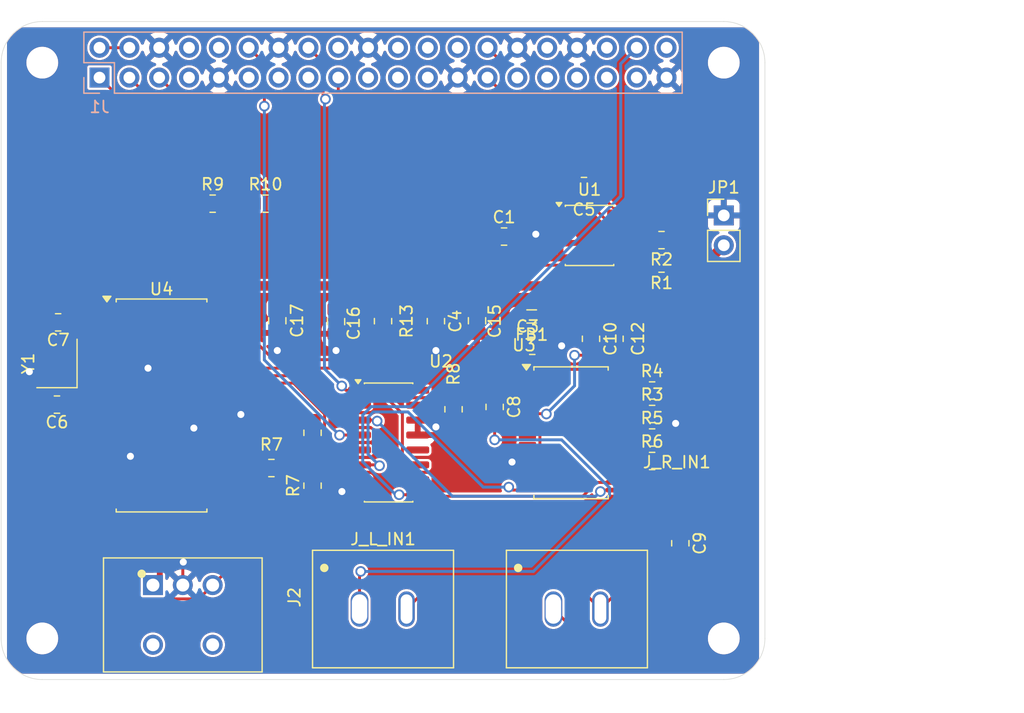
<source format=kicad_pcb>
(kicad_pcb (version 20241229) (generator "pcbnew") (generator_version "9.0")
  (title_block (date "15 nov 2012"))
  (layers (0 "F.Cu" signal) (2 "B.Cu" signal) (13 "F.Paste" user) (15 "B.Paste" user) (5 "F.SilkS" user "F.Silkscreen") (7 "B.SilkS" user "B.Silkscreen") (1 "F.Mask" user) (3 "B.Mask" user) (25 "Edge.Cuts" user))
  (net 0 "")
  (net 1 "GND")
  (net 2 "/GPIO2{slash}SDA1")
  (net 3 "/GPIO3{slash}SCL1")
  (net 4 "/GPIO4{slash}GPCLK0")
  (net 5 "/GPIO14{slash}TXD0")
  (net 6 "/GPIO15{slash}RXD0")
  (net 7 "/GPIO17")
  (net 8 "3V3_A")
  (net 9 "/GPIO27")
  (net 10 "/GPIO22")
  (net 11 "/GPIO24")
  (net 12 "/GPIO10{slash}SPI0.MOSI")
  (net 13 "/GPIO9{slash}SPI0.MISO")
  (net 14 "/GPIO25")
  (net 15 "/GPIO11{slash}SPI0.SCLK")
  (net 16 "/GPIO8{slash}SPI0.CE0")
  (net 17 "/GPIO7{slash}SPI0.CE1")
  (net 18 "/ID_SDA")
  (net 19 "/GPIO5")
  (net 20 "/GPIO6")
  (net 21 "/GPIO12{slash}PWM0")
  (net 22 "/GPIO13{slash}PWM1")
  (net 23 "Net-(U3-VINL1{slash}VIN1P)")
  (net 24 "/GPIO16")
  (net 25 "/GPIO26")
  (net 26 "Net-(U4-XO)")
  (net 27 "/GPIO21{slash}PCM.DOUT")
  (net 28 "+5V")
  (net 29 "+3V3")
  (net 30 "Net-(J_L_IN1-In)")
  (net 31 "Net-(J_R_IN1-In)")
  (net 32 "Net-(U3-VINR1{slash}VIN2P)")
  (net 33 "Net-(U3-VREF)")
  (net 34 "I2S_LRCLK")
  (net 35 "I2C_SDA")
  (net 36 "GPIO23_OPT_LOCK")
  (net 37 "Net-(IC1-RESETB)")
  (net 38 "I2S_BCLK")
  (net 39 "/Audio Inputs/SPDIF_IN")
  (net 40 "I2C_SCL")
  (net 41 "Net-(U4-XI)")
  (net 42 "SRC_SEL")
  (net 43 "I2S_SDIN")
  (net 46 "MODE_MS")
  (net 47 "MD0")
  (net 48 "MODE_FMT0")
  (net 49 "MODE_FMT1")
  (net 50 "Net-(U2-E)")
  (net 51 "ADC_SDOUT")
  (net 64 "ID_SCL")
  (net 66 "I2S_DOUT")
  (net 67 "Net-(U4-~{RST})")
  (net 68 "TOSLINK_BCLK")
  (net 69 "ADC_BCLK")
  (net 70 "TOSLINK_DOUT")
  (net 71 "ADC_LRCLK")
  (net 72 "TOSLINK_LRCLK")
  (footprint "Resistor_SMD:R_0805_2012Metric_Pad1.20x1.40mm_HandSolder" (layer "F.Cu") (at 156.2 64.6 180)
    (property "Reference" "R1")
    (property "Value" "3.9k")
  )
  (footprint "Inductor_SMD:L_0805_2012Metric_Pad1.05x1.20mm_HandSolder" (layer "F.Cu") (at 145.15 69.1 180)
    (property "Reference" "FB1")
    (property "Value" "FerriteBead")
  )
  (footprint "MountingHole:MountingHole_2.7mm_M2.5" (layer "F.Cu") (at 161.5 47.5)
    (property "Reference" "MH2" (hide yes))
    (property "Value" "MountingHole_2.7mm_M2.5" (hide yes))
  )
  (footprint "Package_SO:SOIC-28W_7.5x17.9mm_P1.27mm" (layer "F.Cu") (at 113.65 76.675)
    (property "Reference" "U4")
    (property "Value" "DIR9001PW")
  )
  (footprint "Package_SO:TSSOP-32_6.1x11mm_P0.65mm" (layer "F.Cu") (at 148.5 79)
    (property "Reference" "U3")
    (property "Value" "PCM1862DBT")
  )
  (footprint "Resistor_SMD:R_0805_2012Metric_Pad1.20x1.40mm_HandSolder" (layer "F.Cu") (at 145.2 71.6)
    (property "Reference" "C3")
    (property "Value" "100NF")
  )
  (footprint "Resistor_SMD:R_0805_2012Metric_Pad1.20x1.40mm_HandSolder" (layer "F.Cu") (at 152.2 71 -90)
    (property "Reference" "C12")
    (property "Value" "100nF")
  )
  (footprint "Resistor_SMD:R_0805_2012Metric_Pad1.20x1.40mm_HandSolder" (layer "F.Cu") (at 132.5 69.5 -90)
    (property "Reference" "R13")
    (property "Value" "4.7k")
  )
  (footprint "Connector_Audio:RCJ-043" (layer "F.Cu") (at 149 94)
    (property "Reference" "J_R_IN1")
    (property "Value" "Conn_Coaxial")
  )
  (footprint "Resistor_SMD:R_0805_2012Metric_Pad1.20x1.40mm_HandSolder" (layer "F.Cu") (at 155.4 77.4)
    (property "Reference" "R3")
    (property "Value" "10k")
  )
  (footprint "Resistor_SMD:R_0805_2012Metric_Pad1.20x1.40mm_HandSolder" (layer "F.Cu") (at 142.8 62.3)
    (property "Reference" "C1")
    (property "Value" "100n")
  )
  (footprint "Resistor_SMD:R_0805_2012Metric_Pad1.20x1.40mm_HandSolder" (layer "F.Cu") (at 126.5 79 90)
    (property "Reference" "R12" (hide yes))
    (property "Value" "4.7k")
  )
  (footprint "Capacitor_SMD:C_0805_2012Metric_Pad1.18x1.45mm_HandSolder" (layer "F.Cu") (at 140.5 69.4625 -90)
    (property "Reference" "C15")
    (property "Value" "100nF")
  )
  (footprint "Resistor_SMD:R_0805_2012Metric_Pad1.20x1.40mm_HandSolder" (layer "F.Cu") (at 155.4 81.4)
    (property "Reference" "R6")
    (property "Value" "10k")
  )
  (footprint "Resistor_SMD:R_0805_2012Metric_Pad1.20x1.40mm_HandSolder" (layer "F.Cu") (at 138.5 77 -90)
    (property "Reference" "R8")
    (property "Value" "100k")
  )
  (footprint "Resistor_SMD:R_0805_2012Metric_Pad1.20x1.40mm_HandSolder" (layer "F.Cu") (at 157.8 88.4 -90)
    (property "Reference" "C9")
    (property "Value" "C")
  )
  (footprint "Resistor_SMD:R_0805_2012Metric_Pad1.20x1.40mm_HandSolder" (layer "F.Cu") (at 126.5 83.5 90)
    (property "Reference" "R7")
    (property "Value" "10k")
  )
  (footprint "Package_SO:SOIC-8_3.9x4.9mm_P1.27mm" (layer "F.Cu") (at 150.075 62.205)
    (property "Reference" "U1")
    (property "Value" "CAT24C256")
  )
  (footprint "Connector_PinHeader_2.54mm:PinHeader_1x02_P2.54mm_Vertical" (layer "F.Cu") (at 161.5 60.5)
    (property "Reference" "JP1")
    (property "Value" "ID_WP")
  )
  (footprint "Resistor_SMD:R_0805_2012Metric_Pad1.20x1.40mm_HandSolder" (layer "F.Cu") (at 104.75 76.6 180)
    (property "Reference" "C6")
    (property "Value" "22pF")
  )
  (footprint "MountingHole:MountingHole_2.7mm_M2.5" (layer "F.Cu") (at 103.5 96.5)
    (property "Reference" "MH3" (hide yes))
    (property "Value" "MountingHole_2.7mm_M2.5" (hide yes))
  )
  (footprint "Resistor_SMD:R_0805_2012Metric_Pad1.20x1.40mm_HandSolder" (layer "F.Cu") (at 104.85 69.6 180)
    (property "Reference" "C7")
    (property "Value" "22pF")
  )
  (footprint "Resistor_SMD:R_0805_2012Metric_Pad1.20x1.40mm_HandSolder" (layer "F.Cu") (at 118 59.5)
    (property "Reference" "R9")
    (property "Value" "4.7k" (hide yes))
  )
  (footprint "Resistor_SMD:R_0805_2012Metric_Pad1.20x1.40mm_HandSolder" (layer "F.Cu") (at 155.4 79.4)
    (property "Reference" "R5")
    (property "Value" "10k")
  )
  (footprint "MountingHole:MountingHole_2.7mm_M2.5" (layer "F.Cu") (at 103.5 47.5)
    (property "Reference" "MH1" (hide yes))
    (property "Value" "MountingHole_2.7mm_M2.5" (hide yes))
  )
  (footprint "Resistor_SMD:R_0805_2012Metric_Pad1.20x1.40mm_HandSolder" (layer "F.Cu") (at 150.2 71 -90)
    (property "Reference" "C10")
    (property "Value" "10uF")
  )
  (footprint "Crystal:Crystal_SMD_3225-4Pin_3.2x2.5mm" (layer "F.Cu") (at 104.75 73.1 90)
    (property "Reference" "Y1")
    (property "Value" "12.288 MHz")
  )
  (footprint "Resistor_SMD:R_0805_2012Metric_Pad1.20x1.40mm_HandSolder" (layer "F.Cu") (at 149.6 58 180)
    (property "Reference" "C5")
    (property "Value" "C")
  )
  (footprint "Resistor_SMD:R_0805_2012Metric_Pad1.20x1.40mm_HandSolder" (layer "F.Cu") (at 155.4 75.4)
    (property "Reference" "R4")
    (property "Value" "10k")
  )
  (footprint "Resistor_SMD:R_0805_2012Metric_Pad1.20x1.40mm_HandSolder" (layer "F.Cu") (at 156.2 62.6 180)
    (property "Reference" "R2")
    (property "Value" "3.9k" (hide yes))
  )
  (footprint "MountingHole:MountingHole_2.7mm_M2.5" (layer "F.Cu") (at 161.5 96.5)
    (property "Reference" "MH4" (hide yes))
    (property "Value" "MountingHole_2.7mm_M2.5" (hide yes))
  )
  (footprint "Resistor_SMD:R_0805_2012Metric_Pad1.20x1.40mm_HandSolder" (layer "F.Cu") (at 122.5 59.5)
    (property "Reference" "R10")
    (property "Value" "4.7k")
  )
  (footprint "Capacitor_SMD:C_0805_2012Metric_Pad1.18x1.45mm_HandSolder" (layer "F.Cu") (at 128.5 69.5375 -90)
    (property "Reference" "C16")
    (property "Value" "100nF")
  )
  (footprint "Capacitor_SMD:C_0805_2012Metric_Pad1.18x1.45mm_HandSolder" (layer "F.Cu") (at 123.5 69.4625 -90)
    (property "Reference" "C17")
    (property "Value" "100nF")
  )
  (footprint "Package_SO:SOIC-16_3.9x9.9mm_P1.27mm" (layer "F.Cu") (at 132.975 79.825)
    (property "Reference" "U2")
    (property "Value" "74LVC157")
  )
  (footprint "Connector_Audio:RCJ-043" (layer "F.Cu") (at 132.5 94)
    (property "Reference" "J_L_IN1")
    (property "Value" "Conn_Coaxial")
  )
  (footprint "Connector_Audio:PLR237-T10BK" (layer "F.Cu") (at 115.46 94.5 -90)
    (property "Reference" "J2")
    (property "Value" "PLR237/T10BK")
  )
  (footprint "Resistor_SMD:R_0805_2012Metric_Pad1.20x1.40mm_HandSolder" (layer "F.Cu") (at 123 82)
    (property "Reference" "R7")
    (property "Value" "10k")
  )
  (footprint "Resistor_SMD:R_0805_2012Metric_Pad1.20x1.40mm_HandSolder" (layer "F.Cu") (at 137 69.5 -90)
    (property "Reference" "C4")
    (property "Value" "10uF")
  )
  (footprint "Resistor_SMD:R_0805_2012Metric_Pad1.20x1.40mm_HandSolder" (layer "F.Cu") (at 142 76.8 -90)
    (property "Reference" "C8")
    (property "Value" "1uF (film preferred)")
  )
  (footprint "Connector_PinSocket_2.54mm:PinSocket_2x20_P2.54mm_Vertical" (layer "B.Cu") (at 108.37 48.77 -90)
    (property "Reference" "J1")
    (property "Value" "GPIO" (hide yes))
  )
  (gr_line (start 165 96.5) (end 165 47.5) (stroke (width 0.05)) (layer "Edge.Cuts"))
  (gr_line (start 161.5 44) (end 103.5 44) (stroke (width 0.05)) (layer "Edge.Cuts"))
  (gr_arc (start 165 96.5) (mid 163.974874 98.974874) (end 161.5 100) (stroke (width 0.05)) (layer "Edge.Cuts"))
  (gr_arc (start 100 47.5) (mid 101.025126 45.025126) (end 103.5 44) (stroke (width 0.05)) (layer "Edge.Cuts"))
  (gr_arc (start 161.5 44) (mid 162.839392 44.266422) (end 163.974874 45.025126) (stroke (width 0.05)) (layer "Edge.Cuts"))
  (gr_arc (start 163.974874 45.025126) (mid 164.733579 46.160608) (end 165 47.5) (stroke (width 0.05)) (layer "Edge.Cuts"))
  (gr_arc (start 103.5 100) (mid 101.025126 98.974874) (end 100 96.5) (stroke (width 0.05)) (layer "Edge.Cuts"))
  (gr_line (start 161.5 100) (end 103.5 100) (stroke (width 0.05)) (layer "Edge.Cuts"))
  (gr_line (start 100 47.5) (end 100 96.5) (stroke (width 0.05)) (layer "Edge.Cuts"))
  (segment (start 157.4 78.2) (end 157.4 78.4) (width 0.25) (layer "F.Cu") (net 1))
  (segment (start 147.6 62.84) (end 147.6 61.57) (width 0.25) (layer "F.Cu") (net 1))
  (segment (start 143.691414 81.275) (end 144.7875 81.275) (width 0.25) (layer "F.Cu") (net 1))
  (segment (start 157.4 78.4) (end 156.4 79.4) (width 0.25) (layer "F.Cu") (net 1))
  (segment (start 157.2 78.2) (end 156.4 77.4) (width 0.25) (layer "F.Cu") (net 1))
  (segment (start 145.3 62.3) (end 145.5 62.1) (width 0.25) (layer "F.Cu") (net 1))
  (segment (start 130.5 84.27) (end 129.27 84.27) (width 0.25) (layer "F.Cu") (net 1))
  (segment (start 147.6 60.6) (end 147.6 61.57) (width 0.25) (layer "F.Cu") (net 1))
  (segment (start 148.6 58) (end 149.1 58.5) (width 0.25) (layer "F.Cu") (net 1))
  (segment (start 109.96 70.96) (end 112.5 73.5) (width 0.25) (layer "F.Cu") (net 1))
  (segment (start 157.4 78.2) (end 157.2 78.2) (width 0.25) (layer "F.Cu") (net 1))
  (segment (start 147.6 61.57) (end 146.03 61.57) (width 0.25) (layer "F.Cu") (net 1))
  (segment (start 109.96 76.04) (end 109 76.04) (width 0.25) (layer "F.Cu") (net 1))
  (segment (start 148.6 58) (end 148.6 59.6) (width 0.25) (layer "F.Cu") (net 1))
  (segment (start 143.477824 81.48859) (end 143.691414 81.275) (width 0.25) (layer "F.Cu") (net 1))
  (segment (start 115.46 90.04) (end 115.5 90) (width 0.25) (layer "F.Cu") (net 1))
  (segment (start 147.6 60.3) (end 147.6 60.6) (width 0.25) (layer "F.Cu") (net 1))
  (segment (start 109.61 82.39) (end 111 81) (width 0.25) (layer "F.Cu") (net 1))
  (segment (start 109 70.96) (end 109.96 70.96) (width 0.25) (layer "F.Cu") (net 1))
  (segment (start 152.55 61.57) (end 147.6 61.57) (width 0.25) (layer "F.Cu") (net 1))
  (segment (start 109.85 79.85) (end 111 81) (width 0.25) (layer "F.Cu") (net 1))
  (segment (start 143.8 62.3) (end 145.3 62.3) (width 0.25) (layer "F.Cu") (net 1))
  (segment (start 123.5 72) (end 123.5 70.5) (width 0.25) (layer "F.Cu") (net 1))
  (segment (start 109 83.66) (end 109 82.39) (width 0.25) (layer "F.Cu") (net 1))
  (segment (start 109 79.85) (end 109.85 79.85) (width 0.25) (layer "F.Cu") (net 1))
  (segment (start 103.85 69.6) (end 102.4 71.05) (width 0.25) (layer "F.Cu") (net 1))
  (segment (start 109 71) (end 109 70.96) (width 0.25) (layer "F.Cu") (net 1))
  (segment (start 118.3 78.58) (end 116.42 78.58) (width 0.25) (layer "F.Cu") (net 1))
  (segment (start 108.527678 71) (end 109 71) (width 0.25) (layer "F.Cu") (net 1))
  (segment (start 156.4 77.4) (end 156.4 75.4) (width 0.25) (layer "F.Cu") (net 1))
  (segment (start 112.5 73.5) (end 109.96 76.04) (width 0.25) (layer "F.Cu") (net 1))
  (segment (start 102.4 75.25) (end 102.4 73.8) (width 0.25) (layer "F.Cu") (net 1))
  (segment (start 138.5 78) (end 137.5 78) (width 0.25) (layer "F.Cu") (net 1))
  (segment (start 146.03 61.57) (end 145.5 62.1) (width 0.25) (layer "F.Cu") (net 1))
  (segment (start 116.42 78.58) (end 116.4 78.6) (width 0.25) (layer "F.Cu") (net 1))
  (segment (start 118.3 77.31) (end 120.269 77.31) (width 0.25) (layer "F.Cu") (net 1))
  (segment (start 128.5 72) (end 128.5 70.575) (width 0.25) (layer "F.Cu") (net 1))
  (segment (start 102.4 71.05) (end 102.4 73.8) (width 0.25) (layer "F.Cu") (net 1))
  (segment (start 148.6 59.6) (end 147.6 60.6) (width 0.25) (layer "F.Cu") (net 1))
  (segment (start 156.4 79.4) (end 156.4 81.4) (width 0.25) (layer "F.Cu") (net 1))
  (segment (start 109 78.58) (end 109 79.85) (width 0.25) (layer "F.Cu") (net 1))
  (segment (start 146.2 71.6) (end 147.7 71.6) (width 0.25) (layer "F.Cu") (net 1))
  (segment (start 103.75 76.6) (end 102.4 75.25) (width 0.25) (layer "F.Cu") (net 1))
  (segment (start 120.269 77.31) (end 120.4 77.441) (width 0.25) (layer "F.Cu") (net 1))
  (segment (start 129.27 84.27) (end 129 84) (width 0.25) (layer "F.Cu") (net 1))
  (segment (start 109 82.39) (end 109.61 82.39) (width 0.25) (layer "F.Cu") (net 1))
  (segment (start 115.46 91.96) (end 115.46 90.04) (width 0.25) (layer "F.Cu") (net 1))
  (segment (start 137 72) (end 137 70.5) (width 0.25) (layer "F.Cu") (net 1))
  (segment (start 147.6 62.84) (end 147.6 64.11) (width 0.25) (layer "F.Cu") (net 1))
  (segment (start 137.5 78) (end 137 78.5) (width 0.25) (layer "F.Cu") (net 1))
  (via (at 157.4 78.2) (size 0.9) (drill 0.6) (layers "F.Cu" "B.Cu") (net 1))
  (via (at 143.477824 81.48859) (size 0.9) (drill 0.6) (layers "F.Cu" "B.Cu") (net 1))
  (via (at 129 84) (size 0.9) (drill 0.6) (layers "F.Cu" "B.Cu") (net 1))
  (via (at 123.5 72) (size 0.9) (drill 0.6) (layers "F.Cu" "B.Cu") (net 1))
  (via (at 128.5 72) (size 0.9) (drill 0.6) (layers "F.Cu" "B.Cu") (net 1))
  (via (at 112.5 73.5) (size 0.9) (drill 0.6) (layers "F.Cu" "B.Cu") (net 1))
  (via (at 137 72) (size 0.9) (drill 0.6) (layers "F.Cu" "B.Cu") (net 1))
  (via (at 115.5 90) (size 0.9) (drill 0.6) (layers "F.Cu" "B.Cu") (net 1))
  (via (at 111 81) (size 0.9) (drill 0.6) (layers "F.Cu" "B.Cu") (net 1))
  (via (at 102.4 73.8) (size 0.9) (drill 0.6) (layers "F.Cu" "B.Cu") (net 1))
  (via (at 147.7 71.6) (size 0.9) (drill 0.6) (layers "F.Cu" "B.Cu") (net 1))
  (via (at 116.4 78.6) (size 0.9) (drill 0.6) (layers "F.Cu" "B.Cu") (net 1))
  (via (at 145.5 62.1) (size 0.9) (drill 0.6) (layers "F.Cu" "B.Cu") (net 1))
  (via (at 120.4 77.441) (size 0.9) (drill 0.6) (layers "F.Cu" "B.Cu") (net 1))
  (via (at 137 78.5) (size 0.9) (drill 0.6) (layers "F.Cu" "B.Cu") (net 1))
  (segment (start 120.4 77.441) (end 120.559 77.6) (width 0.25) (layer "B.Cu") (net 1))
  (segment (start 119 56.86) (end 110.91 48.77) (width 0.25) (layer "F.Cu") (net 2))
  (segment (start 119 59.5) (end 119 56.86) (width 0.25) (layer "F.Cu") (net 2))
  (segment (start 123.5 59.5) (end 123.5 58.82) (width 0.25) (layer "F.Cu") (net 3))
  (segment (start 123.5 58.82) (end 113.45 48.77) (width 0.25) (layer "F.Cu") (net 3))
  (segment (start 140.974 76.395514) (end 141.304486 76.726) (width 0.25) (layer "F.Cu") (net 8))
  (segment (start 144.2 69.6) (end 144.2 71.6) (width 0.25) (layer "F.Cu") (net 8))
  (segment (start 145.524999 78.025) (end 144.7875 78.025) (width 0.25) (layer "F.Cu") (net 8))
  (segment (start 145.480226 80.625) (end 145.851 80.254226) (width 0.25) (layer "F.Cu") (net 8))
  (segment (start 140.974 75.204486) (end 140.974 76.395514) (width 0.25) (layer "F.Cu") (net 8))
  (segment (start 142.547514 76.726) (end 143.846514 78.025) (width 0.25) (layer "F.Cu") (net 8))
  (segment (start 144.926 70.026) (end 144 69.1) (width 0.25) (layer "F.Cu") (net 8))
  (segment (start 145.851 80.951001) (end 145.524999 80.625) (width 0.25) (layer "F.Cu") (net 8))
  (segment (start 144.7875 78.025) (end 144.7875 78.675) (width 0.25) (layer "F.Cu") (net 8))
  (segment (start 141.304486 76.726) (end 142.547514 76.726) (width 0.25) (layer "F.Cu") (net 8))
  (segment (start 144.2 71.6) (end 144.2 73.5375) (width 0.25) (layer "F.Cu") (net 8))
  (segment (start 143.846514 78.025) (end 144.7875 78.025) (width 0.25) (layer "F.Cu") (net 8))
  (segment (start 150.2 70) (end 152.2 70) (width 0.25) (layer "F.Cu") (net 8))
  (segment (start 150.174 70.026) (end 144.926 70.026) (width 0.25) (layer "F.Cu") (net 8))
  (segment (start 145.480226 81.925) (end 145.851 81.554226) (width 0.25) (layer "F.Cu") (net 8))
  (segment (start 136.326 92.174) (end 149.174 92.174) (width 0.25) (layer "F.Cu") (net 8))
  (segment (start 144.7875 74.125) (end 144.7875 74.775) (width 0.25) (layer "F.Cu") (net 8))
  (segment (start 150.2 70) (end 150.174 70.026) (width 0.25) (layer "F.Cu") (net 8))
  (segment (start 145.851 78.351001) (end 145.524999 78.025) (width 0.25) (layer "F.Cu") (net 8))
  (segment (start 141.403486 74.775) (end 140.974 75.204486) (width 0.25) (layer "F.Cu") (net 8))
  (segment (start 152.9 70) (end 152.2 70) (width 0.25) (layer "F.Cu") (net 8))
  (segment (start 144.4 71.4) (end 144.2 71.6) (width 0.25) (layer "F.Cu") (net 8))
  (segment (start 151 94) (end 156.674 88.326) (width 0.25) (layer "F.Cu") (net 8))
  (segment (start 145.524999 80.625) (end 144.7875 80.625) (width 0.25) (layer "F.Cu") (net 8))
  (segment (start 144.7875 80.625) (end 145.480226 80.625) (width 0.25) (layer "F.Cu") (net 8))
  (segment (start 145.851 81.554226) (end 145.851 80.951001) (width 0.25) (layer "F.Cu") (net 8))
  (segment (start 156.674 88.326) (end 158.495514 88.326) (width 0.25) (layer "F.Cu") (net 8))
  (segment (start 144.7875 81.925) (end 144.7875 82.575) (width 0.25) (layer "F.Cu") (net 8))
  (segment (start 144.4 69.4) (end 144.2 69.6) (width 0.25) (layer "F.Cu") (net 8))
  (segment (start 144.2 73.5375) (end 144.7875 74.125) (width 0.25) (layer "F.Cu") (net 8))
  (segment (start 145.851 80.254226) (end 145.851 78.351001) (width 0.25) (layer "F.Cu") (net 8))
  (segment (start 158.826 75.926) (end 152.9 70) (width 0.25) (layer "F.Cu") (net 8))
  (segment (start 149.174 92.174) (end 151 94) (width 0.25) (layer "F.Cu") (net 8))
  (segment (start 144.7875 81.925) (end 145.480226 81.925) (width 0.25) (layer "F.Cu") (net 8))
  (segment (start 158.826 87.995514) (end 158.826 75.926) (width 0.25) (layer "F.Cu") (net 8))
  (segment (start 144.4 69.1) (end 144.4 69.4) (width 0.25) (layer "F.Cu") (net 8))
  (segment (start 144.7875 74.775) (end 141.403486 74.775) (width 0.25) (layer "F.Cu") (net 8))
  (segment (start 134.5 94) (end 136.326 92.174) (width 0.25) (layer "F.Cu") (net 8))
  (segment (start 158.495514 88.326) (end 158.826 87.995514) (width 0.25) (layer "F.Cu") (net 8))
  (segment (start 142.726 62.847514) (end 142.726 50.106) (width 0.25) (layer "F.Cu") (net 18))
  (segment (start 151.924 64.736) (end 144.614486 64.736) (width 0.25) (layer "F.Cu") (net 18))
  (segment (start 144.614486 64.736) (end 142.726 62.847514) (width 0.25) (layer "F.Cu") (net 18))
  (segment (start 142.726 50.106) (end 141.39 48.77) (width 0.25) (layer "F.Cu") (net 18))
  (segment (start 152.55 64.11) (end 151.924 64.736) (width 0.25) (layer "F.Cu") (net 18))
  (segment (start 152.55 64.11) (end 154.71 64.11) (width 0.25) (layer "F.Cu") (net 18))
  (segment (start 154.71 64.11) (end 155.2 64.6) (width 0.25) (layer "F.Cu") (net 18))
  (segment (start 142.375 75.425) (end 144.7875 75.425) (width 0.25) (layer "F.Cu") (net 23))
  (segment (start 144.7875 75.425) (end 144.425 75.425) (width 0.25) (layer "F.Cu") (net 23))
  (segment (start 144.425 75.425) (end 144.4 75.4) (width 0.25) (layer "F.Cu") (net 23))
  (segment (start 142 75.8) (end 142.375 75.425) (width 0.25) (layer "F.Cu") (net 23))
  (segment (start 105.6 76.45) (end 105.75 76.6) (width 0.25) (layer "F.Cu") (net 26))
  (segment (start 106.3 73.5) (end 109 73.5) (width 0.25) (layer "F.Cu") (net 26))
  (segment (start 105.6 74.2) (end 106.3 73.5) (width 0.25) (layer "F.Cu") (net 26))
  (segment (start 106.1 73.6) (end 105.6 74.1) (width 0.25) (layer "F.Cu") (net 26))
  (segment (start 105.6 74.2) (end 105.6 76.45) (width 0.25) (layer "F.Cu") (net 26))
  (segment (start 110.91 46.23) (end 108.37 46.23) (width 0.25) (layer "F.Cu") (net 28))
  (segment (start 150.6 58.35) (end 152.55 60.3) (width 0.25) (layer "F.Cu") (net 29))
  (segment (start 140.5 66.5) (end 141.4 66.5) (width 0.8) (layer "F.Cu") (net 29))
  (segment (start 154.9 60.3) (end 152.55 60.3) (width 0.25) (layer "F.Cu") (net 29))
  (segment (start 135.45 66.55) (end 135.4 66.5) (width 0.25) (layer "F.Cu") (net 29))
  (segment (start 126.5 84.5) (end 122.1 84.5) (width 0.25) (layer "F.Cu") (net 29))
  (segment (start 117 66.5) (end 108.4 66.5) (width 0.8) (layer "F.Cu") (net 29))
  (segment (start 141.8 66.1) (end 141.4 66.5) (width 0.25) (layer "F.Cu") (net 29))
  (segment (start 117 59.5) (end 117 66.5) (width 0.25) (layer "F.Cu") (net 29))
  (segment (start 150.6 58) (end 150.6 58.35) (width 0.25) (layer "F.Cu") (net 29))
  (segment (start 128.69 66.31) (end 128.5 66.5) (width 0.25) (layer "F.Cu") (net 29))
  (segment (start 123.5 66.5) (end 124.2 66.5) (width 0.8) (layer "F.Cu") (net 29))
  (segment (start 145 66.5) (end 146.4 66.5) (width 0.8) (layer "F.Cu") (net 29))
  (segment (start 128.5 68.5) (end 128.5 66.5) (width 0.25) (layer "F.Cu") (net 29))
  (segment (start 141.8 62.3) (end 141.8 66.1) (width 0.25) (layer "F.Cu") (net 29))
  (segment (start 125.1 66.5) (end 128.5 66.5) (width 0.8) (layer "F.Cu") (net 29))
  (segment (start 158.67 65.87) (end 158.04 66.5) (width 0.8) (layer "F.Cu") (net 29))
  (segment (start 117.166 59.334) (end 117 59.5) (width 0.25) (layer "F.Cu") (net 29))
  (segment (start 121.9 66.5) (end 122.8 66.5) (width 0.8) (layer "F.Cu") (net 29))
  (segment (start 122.8 66.5) (end 117 66.5) (width 0.8) (layer "F.Cu") (net 29))
  (segment (start 158.47 65.87) (end 158.67 65.87) (width 0.25) (layer "F.Cu") (net 29))
  (segment (start 123.5 68.425) (end 123.5 66.5) (width 0.25) (layer "F.Cu") (net 29))
  (segment (start 122.1 84.5) (end 122 84.6) (width 0.25) (layer "F.Cu") (net 29))
  (segment (start 136.5 66.5) (end 137 66.5) (width 0.8) (layer "F.Cu") (net 29))
  (segment (start 137.4 66.5) (end 139.6 66.5) (width 0.8) (layer "F.Cu") (net 29))
  (segment (start 109 90.392) (end 109 84.93) (width 0.25) (layer "F.Cu") (net 29))
  (segment (start 109 68.42) (end 118.3 68.42) (width 0.25) (layer "F.Cu") (net 29))
  (segment (start 121.4 66.5) (end 121.9 66.5) (width 0.8) (layer "F.Cu") (net 29))
  (segment (start 140 66.5) (end 140.5 66.5) (width 0.8) (layer "F.Cu") (net 29))
  (segment (start 117 57.4) (end 108.37 48.77) (width 0.25) (layer "F.Cu") (net 29))
  (segment (start 135.45 75.38) (end 135.45 66.55) (width 0.25) (layer "F.Cu") (net 29))
  (segment (start 121.5 66.4) (end 121.4 66.5) (width 0.25) (layer "F.Cu") (net 29))
  (segment (start 132.5 66.5) (end 135.4 66.5) (width 0.8) (layer "F.Cu") (net 29))
  (segment (start 122 82) (end 122 84.6) (width 0.25) (layer "F.Cu") (net 29))
  (segment (start 137 66.5) (end 137.4 66.5) (width 0.8) (layer "F.Cu") (net 29))
  (segment (start 107.975001 84.93) (end 101.624 78.578999) (width 0.25) (layer "F.Cu") (net 29))
  (segment (start 146.3 66.6) (end 146.4 66.5) (width 0.25) (layer "F.Cu") (net 29))
  (segment (start 117 59.5) (end 117 57.4) (width 0.25) (layer "F.Cu") (net 29))
  (segment (start 146.4 66.5) (end 150.5 66.5) (width 0.8) (layer "F.Cu") (net 29))
  (segment (start 157.2 64.6) (end 157.2 62.6) (width 0.25) (layer "F.Cu") (net 29))
  (segment (start 101.624 78.578999) (end 101.624 69.815576) (width 0.25) (layer "F.Cu") (net 29))
  (segment (start 122 66.6) (end 121.9 66.5) (width 0.25) (layer "F.Cu") (net 29))
  (segment (start 135.4 66.5) (end 136.5 66.5) (width 0.8) (layer "F.Cu") (net 29))
  (segment (start 146.3 69.1) (end 146.3 66.6) (width 0.25) (layer "F.Cu") (net 29))
  (segment (start 122.8 66.5) (end 123.5 66.5) (width 0.8) (layer "F.Cu") (net 29))
  (segment (start 140.5 68.425) (end 140.5 66.5) (width 0.25) (layer "F.Cu") (net 29))
  (segment (start 118.3 68.42) (end 119.36 67.36) (width 0.8) (layer "F.Cu") (net 29))
  (segment (start 118 91.96) (end 116.824 93.136) (width 0.25) (layer "F.Cu") (net 29))
  (segment (start 126.5 80) (end 122 80) (width 0.25) (layer "F.Cu") (net 29))
  (segment (start 122 82) (end 122 80) (width 0.25) (layer "F.Cu") (net 29))
  (segment (start 120.22 66.5) (end 121.4 66.5) (width 0.8) (layer "F.Cu") (net 29))
  (segment (start 141.4 66.5) (end 141.9 66.5) (width 0.8) (layer "F.Cu") (net 29))
  (segment (start 109 84.93) (end 107.975001 84.93) (width 0.25) (layer "F.Cu") (net 29))
  (segment (start 141.8 62.3) (end 141.3 62.8) (width 0.25) (layer "F.Cu") (net 29))
  (segment (start 137 68.5) (end 137 66.5) (width 0.25) (layer "F.Cu") (net 29))
  (segment (start 137.2 66.3) (end 137.4 66.5) (width 0.25) (layer "F.Cu") (net 29))
  (segment (start 111.744 93.136) (end 109 90.392) (width 0.25) (layer "F.Cu") (net 29))
  (segment (start 157.2 62.6) (end 154.9 60.3) (width 0.25) (layer "F.Cu") (net 29))
  (segment (start 119.36 67.36) (end 120.22 66.5) (width 0.8) (layer "F.Cu") (net 29))
  (segment (start 157.2 64.6) (end 158.47 65.87) (width 0.25) (layer "F.Cu") (net 29))
  (segment (start 150.5 66.5) (end 158.04 66.5) (width 0.8) (layer "F.Cu") (net 29))
  (segment (start 122 87.96) (end 118 91.96) (width 0.25) (layer "F.Cu") (net 29))
  (segment (start 128.5 66.5) (end 132.5 66.5) (width 0.8) (layer "F.Cu") (net 29))
  (segment (start 132.5 68.5) (end 132.5 66.5) (width 0.25) (layer "F.Cu") (net 29))
  (segment (start 128.69 48.77) (end 128.69 66.31) (width 0.25) (layer "F.Cu") (net 29))
  (segment (start 108.4 66.5) (end 104.939576 66.5) (width 0.8) (layer "F.Cu") (net 29))
  (segment (start 121.5 59.5) (end 121.5 66.4) (width 0.25) (layer "F.Cu") (net 29))
  (segment (start 126.5 80) (end 127.026 80.526) (width 0.25) (layer "F.Cu") (net 29))
  (segment (start 161.5 63.04) (end 158.67 65.87) (width 0.8) (layer "F.Cu") (net 29))
  (segment (start 141.9 66.5) (end 145 66.5) (width 0.8) (layer "F.Cu") (net 29))
  (segment (start 124.2 66.5) (end 125.1 66.5) (width 0.8) (layer "F.Cu") (net 29))
  (segment (start 122 84.6) (end 122 87.96) (width 0.25) (layer "F.Cu") (net 29))
  (segment (start 116.824 93.136) (end 111.744 93.136) (width 0.25) (layer "F.Cu") (net 29))
  (segment (start 139.6 66.5) (end 140 66.5) (width 0.8) (layer "F.Cu") (net 29))
  (segment (start 101.624 69.815576) (end 104.939576 66.5) (width 0.25) (layer "F.Cu") (net 29))
  (segment (start 130.5 94) (end 130.5 90.9) (width 0.25) (layer "F.Cu") (net 30))
  (segment (start 130.5 90.9) (end 130.6 90.8) (width 0.25) (layer "F.Cu") (net 30))
  (segment (start 142 77.8) (end 142 79.6) (width 0.25) (layer "F.Cu") (net 30))
  (via (at 142 79.6) (size 0.9) (drill 0.6) (layers "F.Cu" "B.Cu") (net 30))
  (via (at 130.6 90.8) (size 0.9) (drill 0.6) (layers "F.Cu" "B.Cu") (net 30))
  (segment (start 151.776 84.32143) (end 151.776 83.67857) (width 0.25) (layer "B.Cu") (net 30))
  (segment (start 145.29743 90.8) (end 151.776 84.32143) (width 0.25) (layer "B.Cu") (net 30))
  (segment (start 147.69743 79.6) (end 142 79.6) (width 0.25) (layer "B.Cu") (net 30))
  (segment (start 151.776 83.67857) (end 147.69743 79.6) (width 0.25) (layer "B.Cu") (net 30))
  (segment (start 130.6 90.8) (end 145.29743 90.8) (width 0.25) (layer "B.Cu") (net 30))
  (segment (start 151.424983 95.826) (end 148.826 95.826) (width 0.25) (layer "F.Cu") (net 31))
  (segment (start 157.8 89.450983) (end 151.424983 95.826) (width 0.25) (layer "F.Cu") (net 31))
  (segment (start 157.8 89.4) (end 157.8 89.450983) (width 0.25) (layer "F.Cu") (net 31))
  (segment (start 148.826 95.826) (end 147 94) (width 0.25) (layer "F.Cu") (net 31))
  (segment (start 155.4 85) (end 155.4 74.778486) (width 0.25) (layer "F.Cu") (net 32))
  (segment (start 147.956226 73.599) (end 145.480226 76.075) (width 0.25) (layer "F.Cu") (net 32))
  (segment (start 154.220514 73.599) (end 147.956226 73.599) (width 0.25) (layer "F.Cu") (net 32))
  (segment (start 157.8 87.4) (end 155.4 85) (width 0.25) (layer "F.Cu") (net 32))
  (segment (start 155.4 74.778486) (end 154.220514 73.599) (width 0.25) (layer "F.Cu") (net 32))
  (segment (start 145.480226 76.075) (end 144.7875 76.075) (width 0.25) (layer "F.Cu") (net 32))
  (segment (start 144.7875 77.375) (end 146.375 77.375) (width 0.25) (layer "F.Cu") (net 33))
  (segment (start 150.2 72) (end 152.2 72) (width 0.25) (layer "F.Cu") (net 33))
  (segment (start 149.8 72.4) (end 150.2 72) (width 0.25) (layer "F.Cu") (net 33))
  (segment (start 146.375 77.375) (end 146.4 77.4) (width 0.25) (layer "F.Cu") (net 33))
  (segment (start 148.8 72.4) (end 149.8 72.4) (width 0.25) (layer "F.Cu") (net 33))
  (via (at 146.4 77.4) (size 0.9) (drill 0.6) (layers "F.Cu" "B.Cu") (net 33))
  (via (at 148.8 72.4) (size 0.9) (drill 0.6) (layers "F.Cu" "B.Cu") (net 33))
  (segment (start 146.4 77.4) (end 148.8 75) (width 0.25) (layer "B.Cu") (net 33))
  (segment (start 148.8 75) (end 148.8 72.4) (width 0.25) (layer "B.Cu") (net 33))
  (segment (start 118.3 72.23) (end 117.275001 72.23) (width 0.25) (layer "F.Cu") (net 35))
  (segment (start 125.166 76.666) (end 126.5 78) (width 0.25) (layer "F.Cu") (net 35))
  (segment (start 116.498 75.940322) (end 117.223678 76.666) (width 0.25) (layer "F.Cu") (net 35))
  (segment (start 117.275001 72.23) (end 116.498 73.007001) (width 0.25) (layer "F.Cu") (net 35))
  (segment (start 116.498 73.007001) (end 116.498 75.940322) (width 0.25) (layer "F.Cu") (net 35))
  (segment (start 117.223678 76.666) (end 125.166 76.666) (width 0.25) (layer "F.Cu") (net 35))
  (segment (start 128.81 79.19) (end 128.8 79.2) (width 0.25) (layer "F.Cu") (net 38))
  (segment (start 122.4 51.2) (end 122.4 47.56) (width 0.25) (layer "F.Cu") (net 38))
  (segment (start 130.5 79.19) (end 128.81 79.19) (width 0.25) (layer "F.Cu") (net 38))
  (segment (start 122.4 47.56) (end 121.07 46.23) (width 0.25) (layer "F.Cu") (net 38))
  (via (at 122.4 51.2) (size 0.9) (drill 0.6) (layers "F.Cu" "B.Cu") (net 38))
  (via (at 128.8 79.2) (size 0.9) (drill 0.6) (layers "F.Cu" "B.Cu") (net 38))
  (segment (start 122.4 72.8) (end 122.4 51.2) (width 0.25) (layer "B.Cu") (net 38))
  (segment (start 128.8 79.2) (end 122.4 72.8) (width 0.25) (layer "B.Cu") (net 38))
  (segment (start 109 69.69) (end 110.024999 69.69) (width 0.5) (layer "F.Cu") (net 39))
  (segment (start 110.024999 69.69) (end 113.5 73.165001) (width 0.5) (layer "F.Cu") (net 39))
  (segment (start 112.92 91.96) (end 113.5 91.38) (width 0.5) (layer "F.Cu") (net 39))
  (segment (start 113.5 91.38) (end 113.5 73.165001) (width 0.5) (layer "F.Cu") (net 39))
  (segment (start 121.36257 70.96) (end 123.17857 72.776) (width 0.25) (layer "F.Cu") (net 40))
  (segment (start 123.17857 72.776) (end 130.224 72.776) (width 0.25) (layer "F.Cu") (net 40))
  (segment (start 130.224 72.776) (end 132.5 70.5) (width 0.25) (layer "F.Cu") (net 40))
  (segment (start 118.3 70.96) (end 121.36257 70.96) (width 0.25) (layer "F.Cu") (net 40))
  (segment (start 109 72.23) (end 105.83 72.23) (width 0.25) (layer "F.Cu") (net 41))
  (segment (start 105.6 72) (end 105.6 69.85) (width 0.25) (layer "F.Cu") (net 41))
  (segment (start 106.03 72.33) (end 105.6 71.9) (width 0.25) (layer "F.Cu") (net 41))
  (segment (start 105.6 69.85) (end 105.85 69.6) (width 0.25) (layer "F.Cu") (net 41))
  (segment (start 105.83 72.23) (end 105.6 72) (width 0.25) (layer "F.Cu") (net 41))
  (segment (start 127.4 50.4) (end 127.4 47.48) (width 0.25) (layer "F.Cu") (net 42))
  (segment (start 127.6 50.6) (end 127.4 50.4) (width 0.25) (layer "F.Cu") (net 42))
  (segment (start 129.351018 75.38) (end 128.985509 75.014491) (width 0.25) (layer "F.Cu") (net 42))
  (segment (start 127.4 47.48) (end 126.15 46.23) (width 0.25) (layer "F.Cu") (net 42))
  (segment (start 130.5 75.38) (end 129.351018 75.38) (width 0.25) (layer "F.Cu") (net 42))
  (via (at 127.6 50.6) (size 0.9) (drill 0.6) (layers "F.Cu" "B.Cu") (net 42))
  (via (at 128.985509 75.014491) (size 0.9) (drill 0.6) (layers "F.Cu" "B.Cu") (net 42))
  (segment (start 127.514 73.542982) (end 127.514 50.686) (width 0.25) (layer "B.Cu") (net 42))
  (segment (start 127.514 50.686) (end 127.6 50.6) (width 0.25) (layer "B.Cu") (net 42))
  (segment (start 128.985509 75.014491) (end 127.514 73.542982) (width 0.25) (layer "B.Cu") (net 42))
  (segment (start 153.125 78.675) (end 152.2125 78.675) (width 0.25) (layer "F.Cu") (net 46))
  (segment (start 154.4 77.4) (end 153.125 78.675) (width 0.25) (layer "F.Cu") (net 46))
  (segment (start 151.475001 78.025) (end 152.2125 78.025) (width 0.25) (layer "F.Cu") (net 47))
  (segment (start 153.276 76.524) (end 153.276 77.724) (width 0.25) (layer "F.Cu") (net 47))
  (segment (start 154.4 75.4) (end 153.276 76.524) (width 0.25) (layer "F.Cu") (net 47))
  (segment (start 152.975 78.025) (end 152.2125 78.025) (width 0.25) (layer "F.Cu") (net 47))
  (segment (start 153.276 77.724) (end 152.975 78.025) (width 0.25) (layer "F.Cu") (net 47))
  (segment (start 154.4 79.4) (end 152.2875 79.4) (width 0.25) (layer "F.Cu") (net 48))
  (segment (start 152.2875 79.4) (end 152.2125 79.325) (width 0.25) (layer "F.Cu") (net 48))
  (segment (start 152.975 79.975) (end 152.2125 79.975) (width 0.25) (layer "F.Cu") (net 49))
  (segment (start 154.4 81.4) (end 152.975 79.975) (width 0.25) (layer "F.Cu") (net 49))
  (segment (start 138.5 76) (end 137.85 76.65) (width 0.25) (layer "F.Cu") (net 50))
  (segment (start 137.85 76.65) (end 135.45 76.65) (width 0.25) (layer "F.Cu") (net 50))
  (segment (start 149.50157 84.401) (end 150.67757 83.225) (width 0.25) (layer "F.Cu") (net 51))
  (segment (start 135.45 83) (end 136.05 83) (width 0.25) (layer "F.Cu") (net 51))
  (segment (start 137.451 84.401) (end 149.50157 84.401) (width 0.25) (layer "F.Cu") (net 51))
  (segment (start 150.67757 83.225) (end 152.2125 83.225) (width 0.25) (layer "F.Cu") (net 51))
  (segment (start 136.05 83) (end 137.451 84.401) (width 0.25) (layer "F.Cu") (net 51))
  (segment (start 153.558322 60.926) (end 151.523678 60.926) (width 0.25) (layer "F.Cu") (net 64))
  (segment (start 152.55 62.84) (end 153.524999 62.84) (width 0.25) (layer "F.Cu") (net 64))
  (segment (start 149.674 56.365116) (end 142.566 49.257116) (width 0.25) (layer "F.Cu") (net 64))
  (segment (start 151.523678 60.926) (end 149.674 59.076322) (width 0.25) (layer "F.Cu") (net 64))
  (segment (start 153.851 62.513999) (end 153.851 61.218678) (width 0.25) (layer "F.Cu") (net 64))
  (segment (start 142.566 47.406) (end 141.39 46.23) (width 0.25) (layer "F.Cu") (net 64))
  (segment (start 142.566 49.257116) (end 142.566 47.406) (width 0.25) (layer "F.Cu") (net 64))
  (segment (start 149.674 59.076322) (end 149.674 56.365116) (width 0.25) (layer "F.Cu") (net 64))
  (segment (start 154.96 62.84) (end 155.2 62.6) (width 0.25) (layer "F.Cu") (net 64))
  (segment (start 152.55 62.84) (end 154.96 62.84) (width 0.25) (layer "F.Cu") (net 64))
  (segment (start 153.524999 62.84) (end 153.851 62.513999) (width 0.25) (layer "F.Cu") (net 64))
  (segment (start 153.851 61.218678) (end 153.558322 60.926) (width 0.25) (layer "F.Cu") (net 64))
  (segment (start 133.8 84.2) (end 133.87 84.27) (width 0.25) (layer "F.Cu") (net 66))
  (segment (start 135.45 84.27) (end 133.87 84.27) (width 0.25) (layer "F.Cu") (net 66))
  (via (at 133.87 84.27) (size 0.9) (drill 0.6) (layers "F.Cu" "B.Cu") (net 66))
  (segment (start 154.09 46.23) (end 152.726 47.594) (width 0.25) (layer "B.Cu") (net 66))
  (segment (start 134.81081 76.773) (end 131.49176 76.773) (width 0.25) (layer "B.Cu") (net 66))
  (segment (start 133.57257 84.27) (end 133.87 84.27) (width 0.25) (layer "B.Cu") (net 66))
  (segment (start 130.773 77.49176) (end 130.773 81.47043) (width 0.25) (layer "B.Cu") (net 66))
  (segment (start 152.726 58.85781) (end 134.81081 76.773) (width 0.25) (layer "B.Cu") (net 66))
  (segment (start 130.773 81.47043) (end 133.57257 84.27) (width 0.25) (layer "B.Cu") (net 66))
  (segment (start 152.726 47.594) (end 152.726 58.85781) (width 0.25) (layer "B.Cu") (net 66))
  (segment (start 131.49176 76.773) (end 130.773 77.49176) (width 0.25) (layer "B.Cu") (net 66))
  (segment (start 117.223678 77.936) (end 119.536 77.936) (width 0.25) (layer "F.Cu") (net 67))
  (segment (start 119.536 77.936) (end 120.674 79.074) (width 0.25) (layer "F.Cu") (net 67))
  (segment (start 127.526 79.404486) (end 127.526 81.474) (width 0.25) (layer "F.Cu") (net 67))
  (segment (start 117.275001 69.69) (end 116.047 70.918001) (width 0.25) (layer "F.Cu") (net 67))
  (segment (start 120.674 79.074) (end 127.195514 79.074) (width 0.25) (layer "F.Cu") (net 67))
  (segment (start 116.047 76.759322) (end 117.223678 77.936) (width 0.25) (layer "F.Cu") (net 67))
  (segment (start 127.195514 79.074) (end 127.526 79.404486) (width 0.25) (layer "F.Cu") (net 67))
  (segment (start 127.526 81.474) (end 126.5 82.5) (width 0.25) (layer "F.Cu") (net 67))
  (segment (start 116.047 70.918001) (end 116.047 76.759322) (width 0.25) (layer "F.Cu") (net 67))
  (segment (start 118.3 69.69) (end 117.275001 69.69) (width 0.25) (layer "F.Cu") (net 67))
  (segment (start 129.525001 76.65) (end 130.5 76.65) (width 0.25) (layer "F.Cu") (net 68))
  (segment (start 118.3 76.04) (end 117.275001 76.04) (width 0.25) (layer "F.Cu") (net 68))
  (segment (start 116.949 75.713999) (end 116.949 74.418678) (width 0.25) (layer "F.Cu") (net 68))
  (segment (start 127.019001 74.144) (end 129.525001 76.65) (width 0.25) (layer "F.Cu") (net 68))
  (segment (start 116.949 74.418678) (end 117.223678 74.144) (width 0.25) (layer "F.Cu") (net 68))
  (segment (start 117.223678 74.144) (end 127.019001 74.144) (width 0.25) (layer "F.Cu") (net 68))
  (segment (start 117.275001 76.04) (end 116.949 75.713999) (width 0.25) (layer "F.Cu") (net 68))
  (segment (start 131.92 77.92) (end 132 78) (width 0.25) (layer "F.Cu") (net 69))
  (segment (start 151.125 83.875) (end 151 84) (width 0.25) (layer "F.Cu") (net 69))
  (segment (start 152.2125 83.875) (end 151.125 83.875) (width 0.25) (layer "F.Cu") (net 69))
  (segment (start 130.5 77.92) (end 131.92 77.92) (width 0.25) (layer "F.Cu") (net 69))
  (via (at 151 84) (size 0.9) (drill 0.6) (layers "F.Cu" "B.Cu") (net 69))
  (via (at 132 78) (size 0.9) (drill 0.6) (layers "F.Cu" "B.Cu") (net 69))
  (segment (start 150.599 84.401) (end 138.401 84.401) (width 0.25) (layer "B.Cu") (net 69))
  (segment (start 151 84) (end 150.599 84.401) (width 0.25) (layer "B.Cu") (net 69))
  (segment (start 138.401 84.401) (end 132 78) (width 0.25) (layer "B.Cu") (net 69))
  (segment (start 118.3 73.5) (end 130.272322 73.5) (width 0.25) (layer "F.Cu") (net 70))
  (segment (start 134.149 77.376678) (end 134.149 80.811322) (width 0.25) (layer "F.Cu") (net 70))
  (segment (start 135.067678 81.73) (end 135.45 81.73) (width 0.25) (layer "F.Cu") (net 70))
  (segment (start 130.272322 73.5) (end 134.149 77.376678) (width 0.25) (layer "F.Cu") (net 70))
  (segment (start 134.149 80.811322) (end 135.067678 81.73) (width 0.25) (layer "F.Cu") (net 70))
  (segment (start 144.7875 83.875) (end 143.45 83.875) (width 0.25) (layer "F.Cu") (net 71))
  (segment (start 132.13 81.73) (end 132.2 81.8) (width 0.25) (layer "F.Cu") (net 71))
  (segment (start 130.5 81.73) (end 132.13 81.73) (width 0.25) (layer "F.Cu") (net 71))
  (segment (start 143.45 83.875) (end 143.2 83.625) (width 0.25) (layer "F.Cu") (net 71))
  (via (at 132.2 81.8) (size 0.9) (drill 0.6) (layers "F.Cu" "B.Cu") (net 71))
  (via (at 143.2 83.625) (size 0.9) (drill 0.6) (layers "F.Cu" "B.Cu") (net 71))
  (segment (start 131.67857 77.224) (end 134.624 77.224) (width 0.25) (layer "B.Cu") (net 71))
  (segment (start 141.025 83.625) (end 143.2 83.625) (width 0.25) (layer "B.Cu") (net 71))
  (segment (start 134.624 77.224) (end 141.025 83.625) (width 0.25) (layer "B.Cu") (net 71))
  (segment (start 132.2 81.8) (end 131.224 80.824) (width 0.25) (layer "B.Cu") (net 71))
  (segment (start 131.224 77.67857) (end 131.67857 77.224) (width 0.25) (layer "B.Cu") (net 71))
  (segment (start 131.224 80.824) (end 131.224 77.67857) (width 0.25) (layer "B.Cu") (net 71))
  (segment (start 124.891514 74.77) (end 118.3 74.77) (width 0.25) (layer "F.Cu") (net 72))
  (segment (start 127.526 77.404486) (end 124.891514 74.77) (width 0.25) (layer "F.Cu") (net 72))
  (segment (start 128 79.069514) (end 128 79.8) (width 0.25) (layer "F.Cu") (net 72))
  (segment (start 128 79.8) (end 128.66 80.46) (width 0.25) (layer "F.Cu") (net 72))
  (segment (start 128.66 80.46) (end 130.5 80.46) (width 0.25) (layer "F.Cu") (net 72))
  (segment (start 127.526 78.595514) (end 128 79.069514) (width 0.25) (layer "F.Cu") (net 72))
  (segment (start 127.526 78.595514) (end 127.526 77.404486) (width 0.25) (layer "F.Cu") (net 72))
  (zone (net 1) (net_name "GND") (layer "F.Cu") (priority 1) (connect_pads (clearance 0)) (min_thickness 0.25) (fill yes (thermal_gap 0.5) (thermal_bridge_width 0.5))
    (polygon (pts (xy 164.5 99.5) (xy 164.5 44.5) (xy 100.5 44.5) (xy 100.5 99.5)))
  )
  (zone (net 1) (net_name "GND") (layer "B.Cu") (connect_pads (clearance 0)) (min_thickness 0.25) (fill yes (thermal_gap 0.5) (thermal_bridge_width 0.5))
    (polygon (pts (xy 100.5 44.5) (xy 100.5 99.5) (xy 164.5 99.5) (xy 164.5 44.5)))
  )
)
</source>
